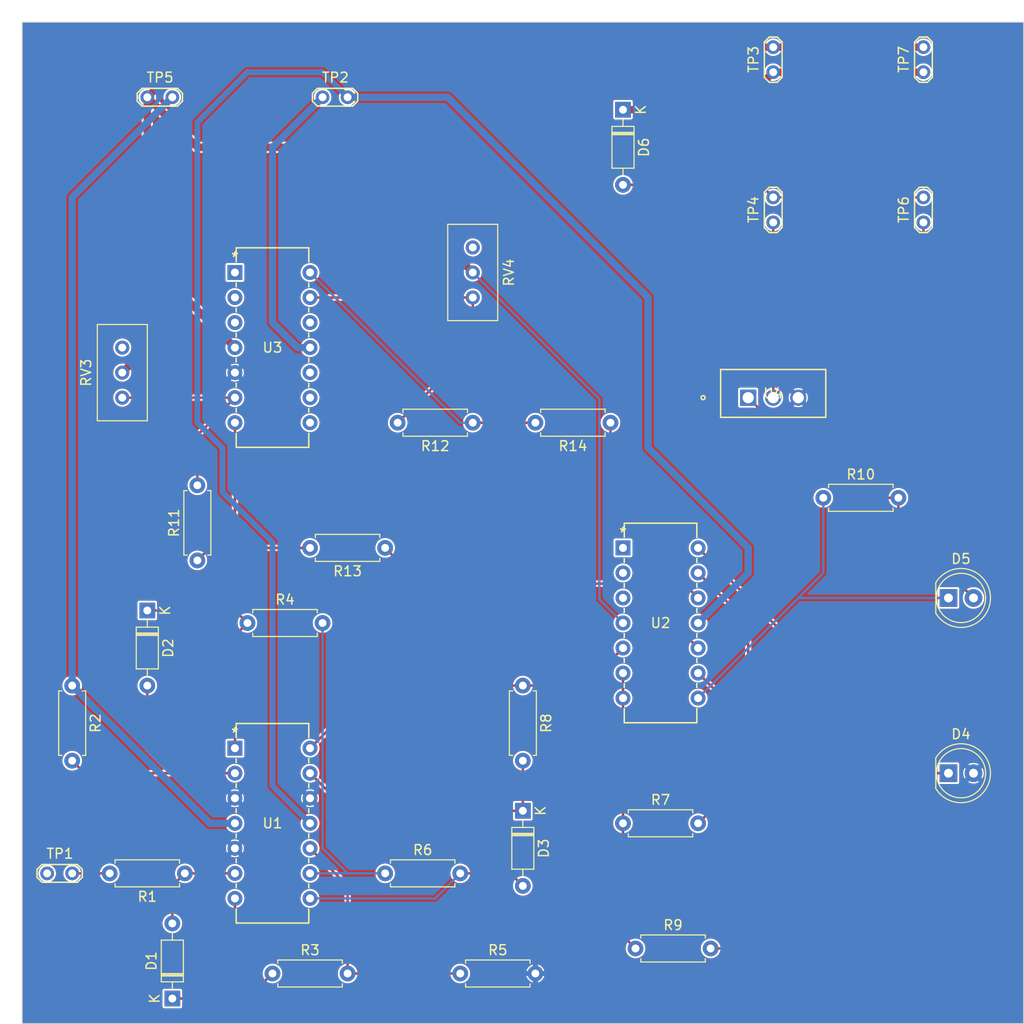
<source format=kicad_pcb>
(kicad_pcb (version 20221018) (generator pcbnew)
  (layers (0 "F.Cu" signal) (31 "B.Cu" signal) (34 "B.Paste" user) (35 "F.Paste" user) (36 "B.SilkS" user "B.Silkscreen") (37 "F.SilkS" user "F.Silkscreen") (38 "B.Mask" user) (39 "F.Mask" user) (44 "Edge.Cuts" user))
  (net 0 "")
  (net 1 "Net-(D1-K)")
  (net 2 "Net-(D1-A)")
  (net 3 "Net-(D2-K)")
  (net 4 "Net-(D2-A)")
  (net 5 "Net-(D3-K)")
  (net 6 "Net-(D3-A)")
  (net 7 "Net-(D4-K)")
  (net 8 "GND")
  (net 9 "Net-(D5-K)")
  (net 10 "Net-(D5-A)")
  (net 11 "Net-(D6-K)")
  (net 12 "Net-(D6-A)")
  (net 13 "Net-(R1-Pad2)")
  (net 14 "Net-(U1-V+)")
  (net 15 "Net-(R3-Pad2)")
  (net 16 "Net-(R4-Pad2)")
  (net 17 "Net-(R7-Pad1)")
  (net 18 "Net-(R7-Pad2)")
  (net 19 "Net-(R8-Pad1)")
  (net 20 "Net-(R9-Pad2)")
  (net 21 "Net-(R11-Pad1)")
  (net 22 "Net-(R11-Pad2)")
  (net 23 "Net-(R13-Pad1)")
  (net 24 "Net-(R14-Pad1)")
  (net 26 "Net-(U2-V+)")
  (net 28 "Net-(U1-V-)")
  (net 29 "Net-(TP4-Pad1)")
  (footprint "Resistor_THT:R_Axial_DIN0207_L6.3mm_D2.5mm_P7.62mm_Horizontal" (layer "F.Cu") (at 130.81 93.98 180)
    (fp_text reference "R13" (at 3.81 -2.37) (layer "F.SilkS"))
    (fp_text value "R")
    (pad "1" thru_hole circle (at 0 0 180) (size 1.6 1.6) (drill 0.8) (layers "*.Cu" "*.Mask") (net 23 "Net-(R13-Pad1)"))
    (pad "2" thru_hole oval (at 7.62 0 180) (size 1.6 1.6) (drill 0.8) (layers "*.Cu" "*.Mask") (net 21 "Net-(R11-Pad1)"))
  )
  (footprint "TestPoint:TestPoint_2Pads_Pitch2.54mm_Drill0.8mm" (layer "F.Cu") (at 170.18 60.96 90)
    (fp_text reference "TP4" (at 1.3 -2 90) (layer "F.SilkS"))
    (fp_text value "TestPoint_2Pole")
    (pad "1" thru_hole circle (at 0 0 90) (size 1.4 1.4) (drill 0.8) (layers "*.Cu" "*.Mask") (net 29 "Net-(TP4-Pad1)"))
    (pad "2" thru_hole circle (at 2.54 0 90) (size 1.4 1.4) (drill 0.8) (layers "*.Cu" "*.Mask") (net 12 "Net-(D6-A)"))
  )
  (footprint "Diode_THT:D_DO-35_SOD27_P7.62mm_Horizontal" (layer "F.Cu") (at 154.94 49.53 -90)
    (fp_text reference "D6" (at 3.81 -2.12 90) (layer "F.SilkS"))
    (fp_text value "1N4148")
    (fp_text user "K" (at 0 -1.8 90) (layer "F.SilkS"))
    (pad "1" thru_hole rect (at 0 0 270) (size 1.6 1.6) (drill 0.8) (layers "*.Cu" "*.Mask") (net 11 "Net-(D6-K)"))
    (pad "2" thru_hole oval (at 7.62 0 270) (size 1.6 1.6) (drill 0.8) (layers "*.Cu" "*.Mask") (net 12 "Net-(D6-A)"))
  )
  (footprint "Resistor_THT:R_Axial_DIN0207_L6.3mm_D2.5mm_P7.62mm_Horizontal" (layer "F.Cu") (at 154.94 121.92)
    (fp_text reference "R7" (at 3.81 -2.37) (layer "F.SilkS"))
    (fp_text value "1.1k")
    (pad "1" thru_hole circle (at 0 0) (size 1.6 1.6) (drill 0.8) (layers "*.Cu" "*.Mask") (net 17 "Net-(R7-Pad1)"))
    (pad "2" thru_hole oval (at 7.62 0) (size 1.6 1.6) (drill 0.8) (layers "*.Cu" "*.Mask") (net 18 "Net-(R7-Pad2)"))
  )
  (footprint "tip120_footprints:TO-220_STM" (layer "F.Cu") (at 167.64 78.74)
    (fp_text reference "U4" (at 2.54 -0.4318 unlocked) (layer "F.SilkS"))
    (fp_text value "TIP120")
    (pad "1" thru_hole rect (at 0 0) (size 1.651 1.651) (drill 1.143) (layers "*.Cu" "*.Mask") (net 10 "Net-(D5-A)"))
    (pad "2" thru_hole circle (at 2.54 0) (size 1.651 1.651) (drill 1.143) (layers "*.Cu" "*.Mask") (net 29 "Net-(TP4-Pad1)"))
    (pad "3" thru_hole circle (at 5.08 0) (size 1.651 1.651) (drill 1.143) (layers "*.Cu" "*.Mask") (net 8 "GND"))
  )
  (footprint "TestPoint:TestPoint_2Pads_Pitch2.54mm_Drill0.8mm" (layer "F.Cu") (at 124.46 48.26)
    (fp_text reference "TP2" (at 1.3 -2) (layer "F.SilkS"))
    (fp_text value "TestPoint_2Pole")
    (pad "1" thru_hole circle (at 0 0) (size 1.4 1.4) (drill 0.8) (layers "*.Cu" "*.Mask") (net 28 "Net-(U1-V-)"))
    (pad "2" thru_hole circle (at 2.54 0) (size 1.4 1.4) (drill 0.8) (layers "*.Cu" "*.Mask") (net 28 "Net-(U1-V-)"))
  )
  (footprint "LED_THT:LED_D5.0mm" (layer "F.Cu") (at 187.96 99.06)
    (fp_text reference "D5" (at 1.27 -3.96) (layer "F.SilkS"))
    (fp_text value "LED")
    (pad "1" thru_hole rect (at 0 0) (size 1.8 1.8) (drill 0.9) (layers "*.Cu" "*.Mask") (net 9 "Net-(D5-K)"))
    (pad "2" thru_hole circle (at 2.54 0) (size 1.8 1.8) (drill 0.9) (layers "*.Cu" "*.Mask") (net 10 "Net-(D5-A)"))
  )
  (footprint "footprints:DIP-14_STM" (layer "F.Cu") (at 115.57 114.3)
    (fp_text reference "U1" (at 3.81 7.62 unlocked) (layer "F.SilkS"))
    (fp_text value "LM324N")
    (fp_text user "*" (at 0 -1.524) (layer "F.SilkS"))
    (fp_text user "*" (at 0 -1.524 unlocked) (layer "F.SilkS"))
    (pad "1" thru_hole rect (at 0 0) (size 1.524 1.524) (drill 0.8128) (layers "*.Cu" "*.Mask") (net 3 "Net-(D2-K)"))
    (pad "2" thru_hole circle (at 0 2.54) (size 1.524 1.524) (drill 0.8128) (layers "*.Cu" "*.Mask") (net 4 "Net-(D2-A)"))
    (pad "3" thru_hole circle (at 0 5.08) (size 1.524 1.524) (drill 0.8128) (layers "*.Cu" "*.Mask") (net 8 "GND"))
    (pad "4" thru_hole circle (at 0 7.62) (size 1.524 1.524) (drill 0.8128) (layers "*.Cu" "*.Mask") (net 14 "Net-(U1-V+)"))
    (pad "5" thru_hole circle (at 0 10.16) (size 1.524 1.524) (drill 0.8128) (layers "*.Cu" "*.Mask") (net 8 "GND"))
    (pad "6" thru_hole circle (at 0 12.7) (size 1.524 1.524) (drill 0.8128) (layers "*.Cu" "*.Mask") (net 2 "Net-(D1-A)"))
    (pad "7" thru_hole circle (at 0 15.24) (size 1.524 1.524) (drill 0.8128) (layers "*.Cu" "*.Mask") (net 1 "Net-(D1-K)"))
    (pad "8" thru_hole circle (at 7.62 15.24) (size 1.524 1.524) (drill 0.8128) (layers "*.Cu" "*.Mask") (net 6 "Net-(D3-A)"))
    (pad "9" thru_hole circle (at 7.62 12.7) (size 1.524 1.524) (drill 0.8128) (layers "*.Cu" "*.Mask") (net 16 "Net-(R4-Pad2)"))
    (pad "10" thru_hole circle (at 7.62 10.16) (size 1.524 1.524) (drill 0.8128) (layers "*.Cu" "*.Mask") (net 15 "Net-(R3-Pad2)"))
    (pad "11" thru_hole circle (at 7.62 7.62) (size 1.524 1.524) (drill 0.8128) (layers "*.Cu" "*.Mask") (net 28 "Net-(U1-V-)"))
    (pad "12" thru_hole circle (at 7.62 5.08) (size 1.524 1.524) (drill 0.8128) (layers "*.Cu" "*.Mask") (net 8 "GND"))
    (pad "13" thru_hole circle (at 7.62 2.54) (size 1.524 1.524) (drill 0.8128) (layers "*.Cu" "*.Mask") (net 5 "Net-(D3-K)"))
    (pad "14" thru_hole circle (at 7.62 0) (size 1.524 1.524) (drill 0.8128) (layers "*.Cu" "*.Mask") (net 19 "Net-(R8-Pad1)"))
  )
  (footprint "Resistor_THT:R_Axial_DIN0207_L6.3mm_D2.5mm_P7.62mm_Horizontal" (layer "F.Cu") (at 110.49 127 180)
    (fp_text reference "R1" (at 3.81 -2.37) (layer "F.SilkS"))
    (fp_text value "1.1k")
    (pad "1" thru_hole circle (at 0 0 180) (size 1.6 1.6) (drill 0.8) (layers "*.Cu" "*.Mask") (net 2 "Net-(D1-A)"))
    (pad "2" thru_hole oval (at 7.62 0 180) (size 1.6 1.6) (drill 0.8) (layers "*.Cu" "*.Mask") (net 13 "Net-(R1-Pad2)"))
  )
  (footprint "Resistor_THT:R_Axial_DIN0207_L6.3mm_D2.5mm_P7.62mm_Horizontal" (layer "F.Cu") (at 144.78 107.95 -90)
    (fp_text reference "R8" (at 3.81 -2.37 90) (layer "F.SilkS"))
    (fp_text value "11k")
    (pad "1" thru_hole circle (at 0 0 270) (size 1.6 1.6) (drill 0.8) (layers "*.Cu" "*.Mask") (net 19 "Net-(R8-Pad1)"))
    (pad "2" thru_hole oval (at 7.62 0 270) (size 1.6 1.6) (drill 0.8) (layers "*.Cu" "*.Mask") (net 5 "Net-(D3-K)"))
  )
  (footprint "Potentiometer_THT:Potentiometer_Bourns_3296W_Vertical" (layer "F.Cu") (at 104.14 73.66 90)
    (fp_text reference "RV3" (at -2.54 -3.66 90) (layer "F.SilkS"))
    (fp_text value "R_Potentiometer")
    (pad "1" thru_hole circle (at 0 0 90) (size 1.44 1.44) (drill 0.8) (layers "*.Cu" "*.Mask"))
    (pad "2" thru_hole circle (at -2.54 0 90) (size 1.44 1.44) (drill 0.8) (layers "*.Cu" "*.Mask") (net 26 "Net-(U2-V+)"))
    (pad "3" thru_hole circle (at -5.08 0 90) (size 1.44 1.44) (drill 0.8) (layers "*.Cu" "*.Mask") (net 22 "Net-(R11-Pad2)"))
  )
  (footprint "footprints:DIP-14_STM" (layer "F.Cu") (at 115.57 66.04)
    (fp_text reference "U3" (at 3.81 7.62 unlocked) (layer "F.SilkS"))
    (fp_text value "LM324N")
    (fp_text user "*" (at 0 -1.524) (layer "F.SilkS"))
    (fp_text user "*" (at 0 -1.524 unlocked) (layer "F.SilkS"))
    (pad "1" thru_hole rect (at 0 0) (size 1.524 1.524) (drill 0.8128) (layers "*.Cu" "*.Mask"))
    (pad "2" thru_hole circle (at 0 2.54) (size 1.524 1.524) (drill 0.8128) (layers "*.Cu" "*.Mask"))
    (pad "3" thru_hole circle (at 0 5.08) (size 1.524 1.524) (drill 0.8128) (layers "*.Cu" "*.Mask"))
    (pad "4" thru_hole circle (at 0 7.62) (size 1.524 1.524) (drill 0.8128) (layers "*.Cu" "*.Mask") (net 26 "Net-(U2-V+)"))
    (pad "5" thru_hole circle (at 0 10.16) (size 1.524 1.524) (drill 0.8128) (layers "*.Cu" "*.Mask") (net 8 "GND"))
    (pad "6" thru_hole circle (at 0 12.7) (size 1.524 1.524) (drill 0.8128) (layers "*.Cu" "*.Mask") (net 22 "Net-(R11-Pad2)"))
    (pad "7" thru_hole circle (at 0 15.24) (size 1.524 1.524) (drill 0.8128) (layers "*.Cu" "*.Mask") (net 21 "Net-(R11-Pad1)"))
    (pad "8" thru_hole circle (at 7.62 15.24) (size 1.524 1.524) (drill 0.8128) (layers "*.Cu" "*.Mask"))
    (pad "9" thru_hole circle (at 7.62 12.7) (size 1.524 1.524) (drill 0.8128) (layers "*.Cu" "*.Mask"))
    (pad "10" thru_hole circle (at 7.62 10.16) (size 1.524 1.524) (drill 0.8128) (layers "*.Cu" "*.Mask"))
    (pad "11" thru_hole circle (at 7.62 7.62) (size 1.524 1.524) (drill 0.8128) (layers "*.Cu" "*.Mask") (net 28 "Net-(U1-V-)"))
    (pad "12" thru_hole circle (at 7.62 5.08) (size 1.524 1.524) (drill 0.8128) (layers "*.Cu" "*.Mask") (net 28 "Net-(U1-V-)"))
    (pad "13" thru_hole circle (at 7.62 2.54) (size 1.524 1.524) (drill 0.8128) (layers "*.Cu" "*.Mask") (net 28 "Net-(U1-V-)"))
    (pad "14" thru_hole circle (at 7.62 0) (size 1.524 1.524) (drill 0.8128) (layers "*.Cu" "*.Mask") (net 28 "Net-(U1-V-)"))
  )
  (footprint "TestPoint:TestPoint_2Pads_Pitch2.54mm_Drill0.8mm" (layer "F.Cu") (at 106.68 48.26)
    (fp_text reference "TP5" (at 1.3 -2) (layer "F.SilkS"))
    (fp_text value "TestPoint_2Pole")
    (pad "1" thru_hole circle (at 0 0) (size 1.4 1.4) (drill 0.8) (layers "*.Cu" "*.Mask") (net 26 "Net-(U2-V+)"))
    (pad "2" thru_hole circle (at 2.54 0) (size 1.4 1.4) (drill 0.8) (layers "*.Cu" "*.Mask") (net 14 "Net-(U1-V+)"))
  )
  (footprint "Resistor_THT:R_Axial_DIN0207_L6.3mm_D2.5mm_P7.62mm_Horizontal" (layer "F.Cu") (at 139.7 81.28 180)
    (fp_text reference "R12" (at 3.81 -2.37) (layer "F.SilkS"))
    (fp_text value "R")
    (pad "1" thru_hole circle (at 0 0 180) (size 1.6 1.6) (drill 0.8) (layers "*.Cu" "*.Mask") (net 28 "Net-(U1-V-)"))
    (pad "2" thru_hole oval (at 7.62 0 180) (size 1.6 1.6) (drill 0.8) (layers "*.Cu" "*.Mask") (net 28 "Net-(U1-V-)"))
  )
  (footprint "TestPoint:TestPoint_2Pads_Pitch2.54mm_Drill0.8mm" (layer "F.Cu") (at 170.18 45.72 90)
    (fp_text reference "TP3" (at 1.3 -2 90) (layer "F.SilkS"))
    (fp_text value "TestPoint_2Pole")
    (pad "1" thru_hole circle (at 0 0 90) (size 1.4 1.4) (drill 0.8) (layers "*.Cu" "*.Mask") (net 11 "Net-(D6-K)"))
    (pad "2" thru_hole circle (at 2.54 0 90) (size 1.4 1.4) (drill 0.8) (layers "*.Cu" "*.Mask") (net 26 "Net-(U2-V+)"))
  )
  (footprint "Resistor_THT:R_Axial_DIN0207_L6.3mm_D2.5mm_P7.62mm_Horizontal" (layer "F.Cu") (at 111.76 95.25 90)
    (fp_text reference "R11" (at 3.81 -2.37 90) (layer "F.SilkS"))
    (fp_text value "R")
    (pad "1" thru_hole circle (at 0 0 90) (size 1.6 1.6) (drill 0.8) (layers "*.Cu" "*.Mask") (net 21 "Net-(R11-Pad1)"))
    (pad "2" thru_hole oval (at 7.62 0 90) (size 1.6 1.6) (drill 0.8) (layers "*.Cu" "*.Mask") (net 22 "Net-(R11-Pad2)"))
  )
  (footprint "Resistor_THT:R_Axial_DIN0207_L6.3mm_D2.5mm_P7.62mm_Horizontal" (layer "F.Cu") (at 153.67 81.28 180)
    (fp_text reference "R14" (at 3.81 -2.37) (layer "F.SilkS"))
    (fp_text value "R")
    (pad "1" thru_hole circle (at 0 0 180) (size 1.6 1.6) (drill 0.8) (layers "*.Cu" "*.Mask") (net 24 "Net-(R14-Pad1)"))
    (pad "2" thru_hole oval (at 7.62 0 180) (size 1.6 1.6) (drill 0.8) (layers "*.Cu" "*.Mask") (net 28 "Net-(U1-V-)"))
  )
  (footprint "Potentiometer_THT:Potentiometer_Bourns_3296W_Vertical" (layer "F.Cu") (at 139.7 68.58 -90)
    (fp_text reference "RV4" (at -2.54 -3.66 90) (layer "F.SilkS"))
    (fp_text value "R_Potentiometer")
    (pad "1" thru_hole circle (at 0 0 270) (size 1.44 1.44) (drill 0.8) (layers "*.Cu" "*.Mask") (net 28 "Net-(U1-V-)"))
    (pad "2" thru_hole circle (at -2.54 0 270) (size 1.44 1.44) (drill 0.8) (layers "*.Cu" "*.Mask") (net 26 "Net-(U2-V+)"))
    (pad "3" thru_hole circle (at -5.08 0 270) (size 1.44 1.44) (drill 0.8) (layers "*.Cu" "*.Mask") (net 28 "Net-(U1-V-)"))
  )
  (footprint "Diode_THT:D_DO-35_SOD27_P7.62mm_Horizontal" (layer "F.Cu") (at 109.22 139.7 90)
    (fp_text reference "D1" (at 3.81 -2.12 90) (layer "F.SilkS"))
    (fp_text value "1N4148")
    (fp_text user "K" (at 0 -1.8 90) (layer "F.SilkS"))
    (pad "1" thru_hole rect (at 0 0 90) (size 1.6 1.6) (drill 0.8) (layers "*.Cu" "*.Mask") (net 1 "Net-(D1-K)"))
    (pad "2" thru_hole oval (at 7.62 0 90) (size 1.6 1.6) (drill 0.8) (layers "*.Cu" "*.Mask") (net 2 "Net-(D1-A)"))
  )
  (footprint "LED_THT:LED_D5.0mm" (layer "F.Cu") (at 187.96 116.84)
    (fp_text reference "D4" (at 1.27 -3.96) (layer "F.SilkS"))
    (fp_text value "LED")
    (pad "1" thru_hole rect (at 0 0) (size 1.8 1.8) (drill 0.9) (layers "*.Cu" "*.Mask") (net 7 "Net-(D4-K)"))
    (pad "2" thru_hole circle (at 2.54 0) (size 1.8 1.8) (drill 0.9) (layers "*.Cu" "*.Mask") (net 8 "GND"))
  )
  (footprint "Resistor_THT:R_Axial_DIN0207_L6.3mm_D2.5mm_P7.62mm_Horizontal" (layer "F.Cu") (at 156.21 134.62)
    (fp_text reference "R9" (at 3.81 -2.37) (layer "F.SilkS"))
    (fp_text value "1.1k")
    (pad "1" thru_hole circle (at 0 0) (size 1.6 1.6) (drill 0.8) (layers "*.Cu" "*.Mask") (net 17 "Net-(R7-Pad1)"))
    (pad "2" thru_hole oval (at 7.62 0) (size 1.6 1.6) (drill 0.8) (layers "*.Cu" "*.Mask") (net 20 "Net-(R9-Pad2)"))
  )
  (footprint "Resistor_THT:R_Axial_DIN0207_L6.3mm_D2.5mm_P7.62mm_Horizontal" (layer "F.Cu") (at 138.43 137.16)
    (fp_text reference "R5" (at 3.81 -2.37) (layer "F.SilkS"))
    (fp_text value "1.1k")
    (pad "1" thru_hole circle (at 0 0) (size 1.6 1.6) (drill 0.8) (layers "*.Cu" "*.Mask") (net 15 "Net-(R3-Pad2)"))
    (pad "2" thru_hole oval (at 7.62 0) (size 1.6 1.6) (drill 0.8) (layers "*.Cu" "*.Mask") (net 8 "GND"))
  )
  (footprint "footprints:DIP-14_STM" (layer "F.Cu") (at 154.94 93.98)
    (fp_text reference "U2" (at 3.81 7.62 unlocked) (layer "F.SilkS"))
    (fp_text value "LM324N")
    (fp_text user "*" (at 0 -1.524 unlocked) (layer "F.SilkS"))
    (fp_text user "*" (at 0 -1.524) (layer "F.SilkS"))
    (pad "1" thru_hole rect (at 0 0) (size 1.524 1.524) (drill 0.8128) (layers "*.Cu" "*.Mask"))
    (pad "2" thru_hole circle (at 0 2.54) (size 1.524 1.524) (drill 0.8128) (layers "*.Cu" "*.Mask"))
    (pad "3" thru_hole circle (at 0 5.08) (size 1.524 1.524) (drill 0.8128) (layers "*.Cu" "*.Mask"))
    (pad "4" thru_hole circle (at 0 7.62) (size 1.524 1.524) (drill 0.8128) (layers "*.Cu" "*.Mask") (net 26 "Net-(U2-V+)"))
    (pad "5" thru_hole circle (at 0 10.16) (size 1.524 1.524) (drill 0.8128) (layers "*.Cu" "*.Mask") (net 19 "Net-(R8-Pad1)"))
    (pad "6" thru_hole circle (at 0 12.7) (size 1.524 1.524) (drill 0.8128) (layers "*.Cu" "*.Mask") (net 17 "Net-(R7-Pad1)"))
    (pad "7" thru_hole circle (at 0 15.24) (size 1.524 1.524) (drill 0.8128) (layers "*.Cu" "*.Mask") (net 17 "Net-(R7-Pad1)"))
    (pad "8" thru_hole circle (at 7.62 15.24) (size 1.524 1.524) (drill 0.8128) (layers "*.Cu" "*.Mask") (net 9 "Net-(D5-K)"))
    (pad "9" thru_hole circle (at 7.62 12.7) (size 1.524 1.524) (drill 0.8128) (layers "*.Cu" "*.Mask") (net 18 "Net-(R7-Pad2)"))
    (pad "10" thru_hole circle (at 7.62 10.16) (size 1.524 1.524) (drill 0.8128) (layers "*.Cu" "*.Mask") (net 23 "Net-(R13-Pad1)"))
    (pad "11" thru_hole circle (at 7.62 7.62) (size 1.524 1.524) (drill 0.8128) (layers "*.Cu" "*.Mask") (net 28 "Net-(U1-V-)"))
    (pad "12" thru_hole circle (at 7.62 5.08) (size 1.524 1.524) (drill 0.8128) (layers "*.Cu" "*.Mask") (net 24 "Net-(R14-Pad1)"))
    (pad "13" thru_hole circle (at 7.62 2.54) (size 1.524 1.524) (drill 0.8128) (layers "*.Cu" "*.Mask") (net 20 "Net-(R9-Pad2)"))
    (pad "14" thru_hole circle (at 7.62 0) (size 1.524 1.524) (drill 0.8128) (layers "*.Cu" "*.Mask") (net 7 "Net-(D4-K)"))
  )
  (footprint "Diode_THT:D_DO-35_SOD27_P7.62mm_Horizontal" (layer "F.Cu") (at 144.78 120.65 -90)
    (fp_text reference "D3" (at 3.81 -2.12 90) (layer "F.SilkS"))
    (fp_text value "1N4148")
    (fp_text user "K" (at 0 -1.8 90) (layer "F.SilkS"))
    (pad "1" thru_hole rect (at 0 0 270) (size 1.6 1.6) (drill 0.8) (layers "*.Cu" "*.Mask") (net 5 "Net-(D3-K)"))
    (pad "2" thru_hole oval (at 7.62 0 270) (size 1.6 1.6) (drill 0.8) (layers "*.Cu" "*.Mask") (net 6 "Net-(D3-A)"))
  )
  (footprint "Resistor_THT:R_Axial_DIN0207_L6.3mm_D2.5mm_P7.62mm_Horizontal" (layer "F.Cu") (at 116.84 101.6)
    (fp_text reference "R4" (at 3.81 -2.37) (layer "F.SilkS"))
    (fp_text value "1.1k")
    (pad "1" thru_hole circle (at 0 0) (size 1.6 1.6) (drill 0.8) (layers "*.Cu" "*.Mask") (net 3 "Net-(D2-K)"))
    (pad "2" thru_hole oval (at 7.62 0) (size 1.6 1.6) (drill 0.8) (layers "*.Cu" "*.Mask") (net 16 "Net-(R4-Pad2)"))
  )
  (footprint "Resistor_THT:R_Axial_DIN0207_L6.3mm_D2.5mm_P7.62mm_Horizontal" (layer "F.Cu") (at 175.26 88.9)
    (fp_text reference "R10" (at 3.81 -2.37) (layer "F.SilkS"))
    (fp_text value "1.1k")
    (pad "1" thru_hole circle (at 0 0) (size 1.6 1.6) (drill 0.8) (layers "*.Cu" "*.Mask") (net 9 "Net-(D5-K)"))
    (pad "2" thru_hole oval (at 7.62 0) (size 1.6 1.6) (drill 0.8) (layers "*.Cu" "*.Mask") (net 10 "Net-(D5-A)"))
  )
  (footprint "Resistor_THT:R_Axial_DIN0207_L6.3mm_D2.5mm_P7.62mm_Horizontal" (layer "F.Cu") (at 130.81 127)
    (fp_text reference "R6" (at 3.81 -2.37) (layer "F.SilkS"))
    (fp_text value "2.2k")
    (pad "1" thru_hole circle (at 0 0) (size 1.6 1.6) (drill 0.8) (layers "*.Cu" "*.Mask") (net 16 "Net-(R4-Pad2)"))
    (pad "2" thru_hole oval (at 7.62 0) (size 1.6 1.6) (drill 0.8) (layers "*.Cu" "*.Mask") (net 6 "Net-(D3-A)"))
  )
  (footprint "Resistor_THT:R_Axial_DIN0207_L6.3mm_D2.5mm_P7.62mm_Horizontal" (layer "F.Cu") (at 119.38 137.16)
    (fp_text reference "R3" (at 3.81 -2.37) (layer "F.SilkS"))
    (fp_text value "1.1k")
    (pad "1" thru_hole circle (at 0 0) (size 1.6 1.6) (drill 0.8) (layers "*.Cu" "*.Mask") (net 1 "Net-(D1-K)"))
    (pad "2" thru_hole oval (at 7.62 0) (size 1.6 1.6) (drill 0.8) (layers "*.Cu" "*.Mask") (net 15 "Net-(R3-Pad2)"))
  )
  (footprint "Diode_THT:D_DO-35_SOD27_P7.62mm_Horizontal" (layer "F.Cu") (at 106.68 100.33 -90)
    (fp_text reference "D2" (at 3.81 -2.12 90) (layer "F.SilkS"))
    (fp_text value "1N4148")
    (fp_text user "K" (at 0 -1.8 90) (layer "F.SilkS"))
    (pad "1" thru_hole rect (at 0 0 270) (size 1.6 1.6) (drill 0.8) (layers "*.Cu" "*.Mask") (net 3 "Net-(D2-K)"))
    (pad "2" thru_hole oval (at 7.62 0 270) (size 1.6 1.6) (drill 0.8) (layers "*.Cu" "*.Mask") (net 4 "Net-(D2-A)"))
  )
  (footprint "TestPoint:TestPoint_2Pads_Pitch2.54mm_Drill0.8mm" (layer "F.Cu") (at 185.42 45.72 90)
    (fp_text reference "TP7" (at 1.3 -2 90) (layer "F.SilkS"))
    (fp_text value "TestPoint_2Pole")
    (pad "1" thru_hole circle (at 0 0 90) (size 1.4 1.4) (drill 0.8) (layers "*.Cu" "*.Mask") (net 11 "Net-(D6-K)"))
    (pad "2" thru_hole circle (at 2.54 0 90) (size 1.4 1.4) (drill 0.8) (layers "*.Cu" "*.Mask") (net 26 "Net-(U2-V+)"))
  )
  (footprint "Resistor_THT:R_Axial_DIN0207_L6.3mm_D2.5mm_P7.62mm_Horizontal" (layer "F.Cu") (at 99.06 107.95 -90)
    (fp_text reference "R2" (at 3.81 -2.37 90) (layer "F.SilkS"))
    (fp_text value "1.1k")
    (pad "1" thru_hole circle (at 0 0 270) (size 1.6 1.6) (drill 0.8) (layers "*.Cu" "*.Mask") (net 14 "Net-(U1-V+)"))
    (pad "2" thru_hole oval (at 7.62 0 270) (size 1.6 1.6) (drill 0.8) (layers "*.Cu" "*.Mask") (net 4 "Net-(D2-A)"))
  )
  (footprint "TestPoint:TestPoint_2Pads_Pitch2.54mm_Drill0.8mm" (layer "F.Cu") (at 96.52 127)
    (fp_text reference "TP1" (at 1.3 -2) (layer "F.SilkS"))
    (fp_text value "TestPoint_2Pole")
    (pad "1" thru_hole circle (at 0 0) (size 1.4 1.4) (drill 0.8) (layers "*.Cu" "*.Mask"))
    (pad "2" thru_hole circle (at 2.54 0) (size 1.4 1.4) (drill 0.8) (layers "*.Cu" "*.Mask") (net 13 "Net-(R1-Pad2)"))
  )
  (footprint "TestPoint:TestPoint_2Pads_Pitch2.54mm_Drill0.8mm" (layer "F.Cu") (at 185.42 60.96 90)
    (fp_text reference "TP6" (at 1.3 -2 90) (layer "F.SilkS"))
    (fp_text value "TestPoint_2Pole")
    (pad "1" thru_hole circle (at 0 0 90) (size 1.4 1.4) (drill 0.8) (layers "*.Cu" "*.Mask") (net 29 "Net-(TP4-Pad1)"))
    (pad "2" thru_hole circle (at 2.54 0 90) (size 1.4 1.4) (drill 0.8) (layers "*.Cu" "*.Mask") (net 12 "Net-(D6-A)"))
  )
  (gr_rect (start 93.98 40.64) (end 195.58 142.24) (stroke (width 0.1)) (fill none) (layer "Edge.Cuts"))
  (segment (start 115.57 138.43) (end 114.3 139.7) (width 0.25) (layer "F.Cu") (net 1))
  (segment (start 116.84 139.7) (end 119.38 137.16) (width 0.25) (layer "F.Cu") (net 1))
  (segment (start 114.3 139.7) (end 116.84 139.7) (width 0.25) (layer "F.Cu") (net 1))
  (segment (start 115.57 129.54) (end 115.57 138.43) (width 0.25) (layer "F.Cu") (net 1))
  (segment (start 109.22 139.7) (end 114.3 139.7) (width 0.25) (layer "F.Cu") (net 1))
  (segment (start 109.22 128.27) (end 110.49 127) (width 0.25) (layer "F.Cu") (net 2))
  (segment (start 110.49 127) (end 115.57 127) (width 0.25) (layer "F.Cu") (net 2))
  (segment (start 109.22 132.08) (end 109.22 128.27) (width 0.25) (layer "F.Cu") (net 2))
  (segment (start 115.57 102.87) (end 116.84 101.6) (width 0.25) (layer "F.Cu") (net 3))
  (segment (start 115.57 100.33) (end 116.84 101.6) (width 0.25) (layer "F.Cu") (net 3))
  (segment (start 106.68 100.33) (end 115.57 100.33) (width 0.25) (layer "F.Cu") (net 3))
  (segment (start 115.57 114.3) (end 115.57 102.87) (width 0.25) (layer "F.Cu") (net 3))
  (segment (start 100.33 116.84) (end 99.06 115.57) (width 0.25) (layer "F.Cu") (net 4))
  (segment (start 106.68 107.95) (end 106.68 114.3) (width 0.25) (layer "F.Cu") (net 4))
  (segment (start 115.57 116.84) (end 109.22 116.84) (width 0.25) (layer "F.Cu") (net 4))
  (segment (start 106.68 114.3) (end 109.22 116.84) (width 0.25) (layer "F.Cu") (net 4))
  (segment (start 106.68 116.84) (end 100.33 116.84) (width 0.25) (layer "F.Cu") (net 4))
  (segment (start 109.22 116.84) (end 106.68 116.84) (width 0.25) (layer "F.Cu") (net 4))
  (segment (start 144.78 120.65) (end 127 120.65) (width 0.25) (layer "F.Cu") (net 5))
  (segment (start 127 120.65) (end 123.19 116.84) (width 0.25) (layer "F.Cu") (net 5))
  (segment (start 144.78 115.57) (end 144.78 120.65) (width 0.25) (layer "F.Cu") (net 5))
  (segment (start 138.43 127) (end 143.51 127) (width 0.25) (layer "F.Cu") (net 6))
  (segment (start 143.51 127) (end 144.78 128.27) (width 0.25) (layer "F.Cu") (net 6))
  (segment (start 135.89 129.54) (end 138.43 127) (width 0.25) (layer "B.Cu") (net 6))
  (segment (start 123.19 129.54) (end 135.89 129.54) (width 0.25) (layer "B.Cu") (net 6))
  (segment (start 185.42 116.84) (end 162.56 93.98) (width 0.25) (layer "F.Cu") (net 7))
  (segment (start 187.96 116.84) (end 185.42 116.84) (width 0.25) (layer "F.Cu") (net 7))
  (segment (start 175.26 88.9) (end 175.26 96.52) (width 0.25) (layer "B.Cu") (net 9))
  (segment (start 175.26 96.52) (end 172.72 99.06) (width 0.25) (layer "B.Cu") (net 9))
  (segment (start 172.72 99.06) (end 162.56 109.22) (width 0.25) (layer "B.Cu") (net 9))
  (segment (start 187.96 99.06) (end 172.72 99.06) (width 0.25) (layer "B.Cu") (net 9))
  (segment (start 182.88 91.44) (end 190.5 99.06) (width 0.25) (layer "F.Cu") (net 10))
  (segment (start 177.8 88.9) (end 167.64 78.74) (width 0.25) (layer "F.Cu") (net 10))
  (segment (start 182.88 88.9) (end 182.88 91.44) (width 0.25) (layer "F.Cu") (net 10))
  (segment (start 182.88 88.9) (end 177.8 88.9) (width 0.25) (layer "F.Cu") (net 10))
  (segment (start 154.94 49.53) (end 166.37 49.53) (width 0.75) (layer "F.Cu") (net 11))
  (segment (start 170.18 45.72) (end 185.42 45.72) (width 0.75) (layer "F.Cu") (net 11))
  (segment (start 166.37 49.53) (end 170.18 45.72) (width 0.75) (layer "F.Cu") (net 11))
  (segment (start 168.91 57.15) (end 170.18 58.42) (width 0.25) (layer "F.Cu") (net 12))
  (segment (start 170.18 58.42) (end 185.42 58.42) (width 0.25) (layer "F.Cu") (net 12))
  (segment (start 154.94 57.15) (end 168.91 57.15) (width 0.25) (layer "F.Cu") (net 12))
  (segment (start 99.06 127) (end 102.87 127) (width 0.25) (layer "F.Cu") (net 13))
  (segment (start 99.06 58.42) (end 99.06 107.95) (width 0.75) (layer "B.Cu") (net 14))
  (segment (start 109.22 48.26) (end 99.06 58.42) (width 0.75) (layer "B.Cu") (net 14))
  (segment (start 115.57 121.92) (end 113.03 121.92) (width 0.75) (layer "B.Cu") (net 14))
  (segment (start 113.03 121.92) (end 99.06 107.95) (width 0.75) (layer "B.Cu") (net 14))
  (segment (start 127 137.16) (end 138.43 137.16) (width 0.25) (layer "F.Cu") (net 15))
  (segment (start 127 137.16) (end 127 128.27) (width 0.25) (layer "F.Cu") (net 15))
  (segment (start 127 128.27) (end 123.19 124.46) (width 0.25) (layer "F.Cu") (net 15))
  (segment (start 127 127) (end 130.81 127) (width 0.25) (layer "B.Cu") (net 16))
  (segment (start 123.19 127) (end 127 127) (width 0.25) (layer "B.Cu") (net 16))
  (segment (start 124.46 124.46) (end 127 127) (width 0.25) (layer "B.Cu") (net 16))
  (segment (start 124.46 101.6) (end 124.46 124.46) (width 0.25) (layer "B.Cu") (net 16))
  (segment (start 154.94 106.68) (end 154.94 109.22) (width 0.25) (layer "F.Cu") (net 17))
  (segment (start 154.94 121.92) (end 154.94 133.35) (width 0.25) (layer "F.Cu") (net 17))
  (segment (start 154.94 133.35) (end 156.21 134.62) (width 0.25) (layer "F.Cu") (net 17))
  (segment (start 154.94 109.22) (end 154.94 121.92) (width 0.25) (layer "F.Cu") (net 17))
  (segment (start 162.56 121.92) (end 165.1 119.38) (width 0.25) (layer "F.Cu") (net 18))
  (segment (start 165.1 119.38) (end 165.1 109.22) (width 0.25) (layer "F.Cu") (net 18))
  (segment (start 165.1 109.22) (end 162.56 106.68) (width 0.25) (layer "F.Cu") (net 18))
  (segment (start 144.78 107.95) (end 151.13 107.95) (width 0.25) (layer "F.Cu") (net 19))
  (segment (start 151.13 107.95) (end 154.94 104.14) (width 0.25) (layer "F.Cu") (net 19))
  (segment (start 144.78 107.95) (end 129.54 107.95) (width 0.25) (layer "F.Cu") (net 19))
  (segment (start 129.54 107.95) (end 123.19 114.3) (width 0.25) (layer "F.Cu") (net 19))
  (segment (start 167.64 101.6) (end 162.56 96.52) (width 0.25) (layer "F.Cu") (net 20))
  (segment (start 163.83 134.62) (end 165.1 134.62) (width 0.25) (layer "F.Cu") (net 20))
  (segment (start 167.64 132.08) (end 167.64 101.6) (width 0.25) (layer "F.Cu") (net 20))
  (segment (start 165.1 134.62) (end 167.64 132.08) (width 0.25) (layer "F.Cu") (net 20))
  (segment (start 118.11 93.98) (end 115.57 91.44) (width 0.25) (layer "F.Cu") (net 21))
  (segment (start 123.19 93.98) (end 118.11 93.98) (width 0.25) (layer "F.Cu") (net 21))
  (segment (start 115.57 81.28) (end 115.57 91.44) (width 0.25) (layer "F.Cu") (net 21))
  (segment (start 115.57 91.44) (end 111.76 95.25) (width 0.25) (layer "F.Cu") (net 21))
  (segment (start 115.57 78.74) (end 111.76 82.55) (width 0.25) (layer "F.Cu") (net 22))
  (segment (start 111.76 82.55) (end 111.76 87.63) (width 0.25) (layer "F.Cu") (net 22))
  (segment (start 104.14 78.74) (end 115.57 78.74) (width 0.25) (layer "F.Cu") (net 22))
  (segment (start 156.027 97.607) (end 162.56 104.14) (width 0.25) (layer "F.Cu") (net 23))
  (segment (start 134.437 97.607) (end 156.027 97.607) (width 0.25) (layer "F.Cu") (net 23))
  (segment (start 130.81 93.98) (end 134.437 97.607) (width 0.25) (layer "F.Cu") (net 23))
  (segment (start 153.67 81.28) (end 153.67 90.17) (width 0.25) (layer "F.Cu") (net 24))
  (segment (start 153.67 90.17) (end 162.56 99.06) (width 0.25) (layer "F.Cu") (net 24))
  (segment (start 106.68 64.77) (end 115.57 73.66) (width 0.75) (layer "F.Cu") (net 26))
  (segment (start 127 53.34) (end 111.76 53.34) (width 0.75) (layer "F.Cu") (net 26))
  (segment (start 139.7 66.04) (end 127 53.34) (width 0.75) (layer "F.Cu") (net 26))
  (segment (start 106.68 73.66) (end 106.68 63.5) (width 0.75) (layer "F.Cu") (net 26))
  (segment (start 106.68 63.5) (end 106.68 64.77) (width 0.25) (layer "F.Cu") (net 26))
  (segment (start 111.76 43.18) (end 170.18 43.18) (width 0.75) (layer "F.Cu") (net 26))
  (segment (start 111.76 53.34) (end 106.68 48.26) (width 0.75) (layer "F.Cu") (net 26))
  (segment (start 104.14 76.2) (end 106.68 73.66) (width 0.75) (layer "F.Cu") (net 26))
  (segment (start 185.42 43.18) (end 170.18 43.18) (width 0.75) (layer "F.Cu") (net 26))
  (segment (start 106.68 48.26) (end 111.76 43.18) (width 0.75) (layer "F.Cu") (net 26))
  (segment (start 106.68 48.26) (end 106.68 63.5) (width 0.75) (layer "F.Cu") (net 26))
  (segment (start 139.7 66.04) (end 152.545 78.885) (width 0.25) (layer "B.Cu") (net 26))
  (segment (start 152.545 99.205) (end 154.94 101.6) (width 0.25) (layer "B.Cu") (net 26))
  (segment (start 152.545 78.885) (end 152.545 99.205) (width 0.25) (layer "B.Cu") (net 26))
  (segment (start 139.7 68.58) (end 139.7 73.66) (width 0.25) (layer "F.Cu") (net 28))
  (segment (start 139.7 73.66) (end 132.08 81.28) (width 0.25) (layer "F.Cu") (net 28))
  (segment (start 139.7 81.28) (end 146.05 81.28) (width 0.25) (layer "F.Cu") (net 28))
  (segment (start 139.7 68.58) (end 123.19 68.58) (width 0.25) (layer "F.Cu") (net 28))
  (segment (start 138.43 81.28) (end 123.19 66.04) (width 0.25) (layer "B.Cu") (net 28))
  (segment (start 119.38 71.12) (end 121.92 73.66) (width 0.75) (layer "B.Cu") (net 28))
  (segment (start 127 48.26) (end 124.46 45.72) (width 0.6) (layer "B.Cu") (net 28))
  (segment (start 121.92 73.66) (end 123.19 73.66) (width 0.75) (layer "B.Cu") (net 28))
  (segment (start 124.46 48.26) (end 119.38 53.34) (width 0.75) (layer "B.Cu") (net 28))
  (segment (start 162.56 101.6) (end 167.64 96.52) (width 0.75) (layer "B.Cu") (net 28))
  (segment (start 139.7 81.28) (end 138.43 81.28) (width 0.25) (layer "B.Cu") (net 28))
  (segment (start 114.3 88.331522) (end 119.38 93.411522) (width 0.6) (layer "B.Cu") (net 28))
  (segment (start 157.48 68.58) (end 137.16 48.26) (width 0.75) (layer "B.Cu") (net 28))
  (segment (start 167.64 96.52) (end 167.64 93.98) (width 0.75) (layer "B.Cu") (net 28))
  (segment (start 119.38 93.411522) (end 119.38 118.11) (width 0.6) (layer "B.Cu") (net 28))
  (segment (start 137.16 48.26) (end 127 48.26) (width 0.75) (layer "B.Cu") (net 28))
  (segment (start 116.84 45.72) (end 111.76 50.8) (width 0.6) (layer "B.Cu") (net 28))
  (segment (start 111.76 81.28) (end 114.3 83.82) (width 0.6) (layer "B.Cu") (net 28))
  (segment (start 114.3 83.82) (end 114.3 88.331522) (width 0.6) (layer "B.Cu") (net 28))
  (segment (start 167.64 93.98) (end 157.48 83.82) (width 0.75) (layer "B.Cu") (net 28))
  (segment (start 119.38 118.11) (end 123.19 121.92) (width 0.6) (layer "B.Cu") (net 28))
  (segment (start 111.76 50.8) (end 111.76 81.28) (width 0.6) (layer "B.Cu") (net 28))
  (segment (start 157.48 83.82) (end 157.48 68.58) (width 0.75) (layer "B.Cu") (net 28))
  (segment (start 124.46 45.72) (end 116.84 45.72) (width 0.6) (layer "B.Cu") (net 28))
  (segment (start 119.38 53.34) (end 119.38 71.12) (width 0.75) (layer "B.Cu") (net 28))
  (segment (start 170.18 78.74) (end 170.18 60.96) (width 0.25) (layer "F.Cu") (net 29))
  (segment (start 170.18 78.74) (end 185.42 63.5) (width 0.25) (layer "F.Cu") (net 29))
  (segment (start 185.42 63.5) (end 185.42 60.96) (width 0.25) (layer "F.Cu") (net 29))
  (zone (net 8) (net_name "GND") (layers "F&B.Cu") (priority 1) (connect_pads (clearance 0.15)) (min_thickness 0.15) (fill yes (thermal_gap 0.15) (thermal_bridge_width 0.5))
    (polygon (pts (xy 195.58 40.64) (xy 93.98 40.64) (xy 93.98 142.24) (xy 195.58 142.24)))
  )
)
</source>
